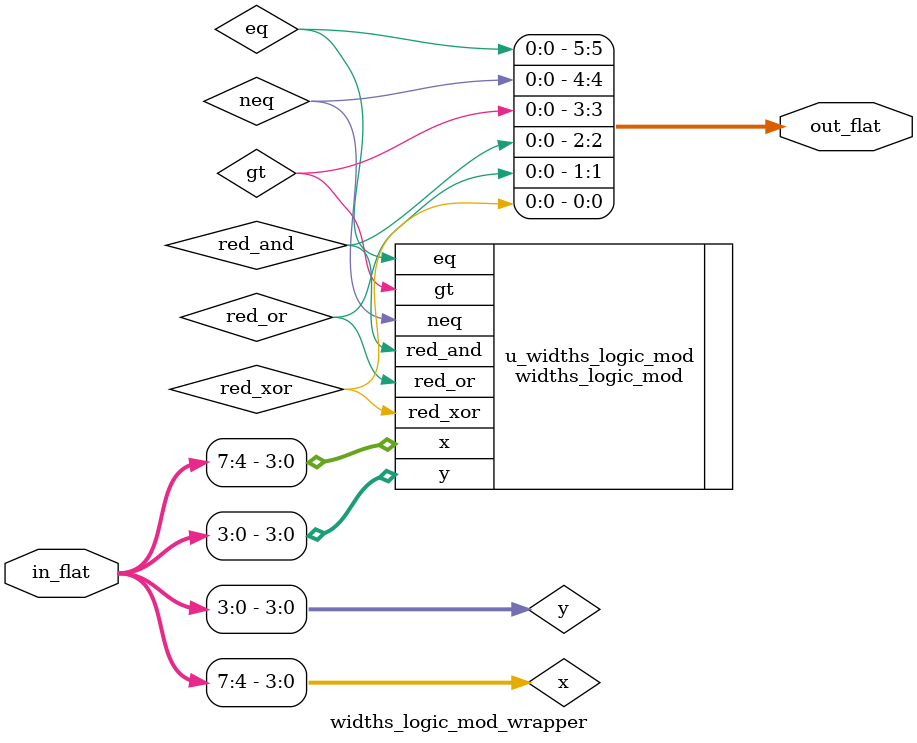
<source format=sv>

module widths_logic_mod_wrapper (
    input  wire [7:0] in_flat,
    output wire [5:0] out_flat
);

  // Slice `in_flat` into original inputs
  wire [3:0] x = in_flat[7:4];
  wire [3:0] y = in_flat[3:0];

  // Wires to capture original module outputs
  wire eq;
  wire neq;
  wire gt;
  wire red_and;
  wire red_or;
  wire red_xor;

  // Instantiate the original module
  widths_logic_mod u_widths_logic_mod (
    .x(x),
    .y(y),
    .eq(eq),
    .neq(neq),
    .gt(gt),
    .red_and(red_and),
    .red_or(red_or),
    .red_xor(red_xor)
  );

  // Pack original outputs into `out_flat`
  assign out_flat[5] = eq;
  assign out_flat[4] = neq;
  assign out_flat[3] = gt;
  assign out_flat[2] = red_and;
  assign out_flat[1] = red_or;
  assign out_flat[0] = red_xor;

endmodule  // widths_logic_mod_wrapper
</source>
